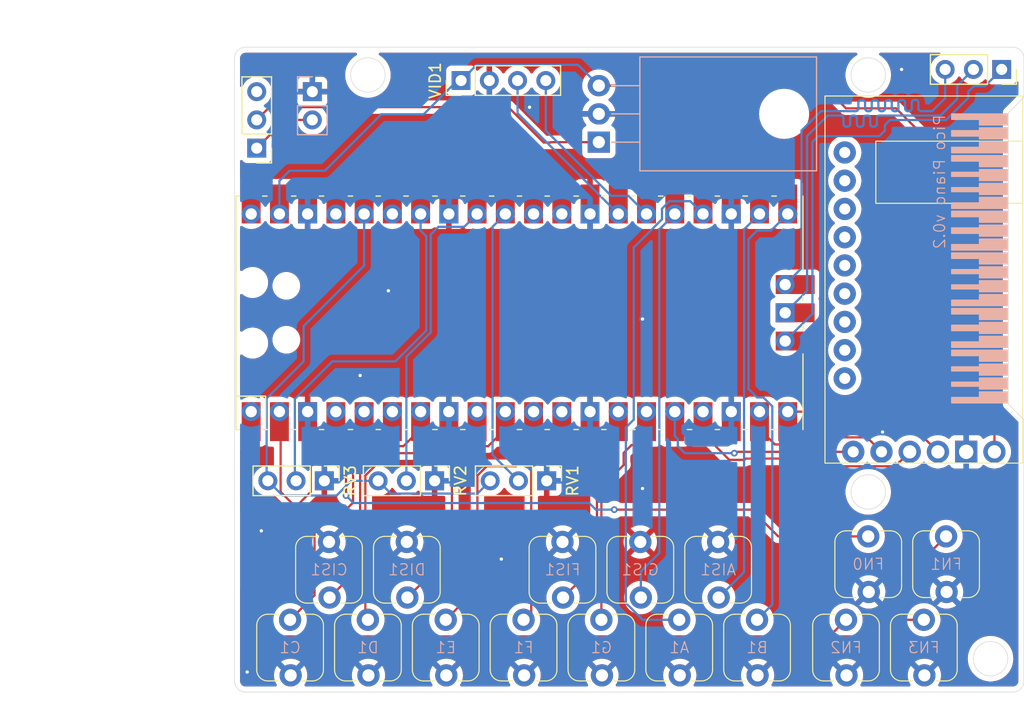
<source format=kicad_pcb>
(kicad_pcb (version 20240108) (generator "pcbnew") (generator_version "8.0")
  (layers (0 "F.Cu" signal) (31 "B.Cu" signal) (34 "B.Paste" user) (35 "F.Paste" user) (36 "B.SilkS" user "B.Silkscreen") (37 "F.SilkS" user "F.Silkscreen") (38 "B.Mask" user) (39 "F.Mask" user) (44 "Edge.Cuts" user))
  (net 0 "")
  (net 1 "GND")
  (net 2 "+9V")
  (net 3 "/BCK")
  (net 4 "/LRCK")
  (net 5 "/SCK")
  (net 7 "/DIN")
  (net 8 "Net-(DBG1-Pin_1)")
  (net 9 "Net-(DBG1-Pin_3)")
  (net 10 "Net-(DBG1-Pin_2)")
  (net 11 "/A")
  (net 12 "/AIS")
  (net 13 "/B")
  (net 14 "/C")
  (net 15 "/CIS")
  (net 16 "/D")
  (net 17 "/DIS")
  (net 18 "/E")
  (net 19 "/F")
  (net 20 "/FIS")
  (net 21 "/G")
  (net 22 "/GIS")
  (net 23 "Net-(POWER1-VI)")
  (net 24 "+5V")
  (net 25 "/FN0")
  (net 26 "/FN1")
  (net 27 "/FN2")
  (net 28 "/FN3")
  (net 29 "/ADC0")
  (net 30 "+3V3")
  (net 31 "/ADC1")
  (net 34 "/ADC2")
  (net 37 "/VID_SCK")
  (net 38 "/VID_SDA")
  (footprint "rytmos:KAILH_MUTE" (layer "F.Cu") (at 164 69.5)
    (property "Reference" "FN1")
    (property "Value" "SW_Push" (hide yes))
  )
  (footprint "rytmos:KAILH_MUTE" (layer "F.Cu") (at 136.5 70)
    (property "Reference" "GIS1")
    (property "Value" "SW_Push" (hide yes))
  )
  (footprint "rytmos:KAILH_MUTE" (layer "F.Cu") (at 115.5 70)
    (property "Reference" "DIS1")
    (property "Value" "SW_Push" (hide yes))
  )
  (footprint "rytmos:KAILH_MUTE" (layer "F.Cu") (at 112 77)
    (property "Reference" "D1")
    (property "Value" "SW_Push" (hide yes))
  )
  (footprint "rytmos:KAILH_MUTE" (layer "F.Cu") (at 105 77)
    (property "Reference" "C1")
    (property "Value" "SW_Push" (hide yes))
  )
  (footprint "Connector_PinSocket_2.54mm:PinSocket_1x03_P2.54mm_Vertical" (layer "F.Cu") (at 172 22 -90)
    (property "Reference" "DBG1" (hide yes))
    (property "Value" "Conn_01x03_Pin")
  )
  (footprint "rytmos:KAILH_MUTE" (layer "F.Cu") (at 108.5 70)
    (property "Reference" "CIS1")
    (property "Value" "SW_Push" (hide yes))
  )
  (footprint "rytmos:KAILH_MUTE" (layer "F.Cu") (at 119 77)
    (property "Reference" "E1")
    (property "Value" "SW_Push" (hide yes))
  )
  (footprint "rytmos:KAILH_MUTE" (layer "F.Cu") (at 162 77)
    (property "Reference" "FN3")
    (property "Value" "SW_Push" (hide yes))
  )
  (footprint "rytmos:PCM5102_BREAKOUT" (layer "F.Cu") (at 165 57.41)
    (property "Reference" "DAC1" (hide yes))
    (property "Value" "DAC")
  )
  (footprint "rytmos:KAILH_MUTE" (layer "F.Cu") (at 140 77)
    (property "Reference" "A1")
    (property "Value" "SW_Push" (hide yes))
  )
  (footprint "rytmos:KAILH_MUTE" (layer "F.Cu") (at 157 69.5)
    (property "Reference" "FN0")
    (property "Value" "SW_Push" (hide yes))
  )
  (footprint "Connector_PinHeader_2.54mm:PinHeader_1x03_P2.54mm_Vertical" (layer "F.Cu") (at 105 29.08 180)
    (property "Reference" "ON/OFF1" (hide yes))
    (property "Value" "SW_Push")
  )
  (footprint "Connector_PinHeader_2.54mm:PinHeader_1x03_P2.54mm_Vertical" (layer "F.Cu") (at 121 59 -90)
    (property "Reference" "RV2")
    (property "Value" "R_Potentiometer")
  )
  (footprint "rytmos:KAILH_MUTE" (layer "F.Cu") (at 147 77)
    (property "Reference" "B1")
    (property "Value" "SW_Push" (hide yes))
  )
  (footprint "rytmos:KAILH_MUTE" (layer "F.Cu") (at 143.5 70)
    (property "Reference" "AIS1")
    (property "Value" "SW_Push" (hide yes))
  )
  (footprint "Connector_PinHeader_2.54mm:PinHeader_1x03_P2.54mm_Vertical" (layer "F.Cu") (at 131.079999 59 -90)
    (property "Reference" "RV1")
    (property "Value" "R_Potentiometer")
  )
  (footprint "rytmos:KAILH_MUTE" (layer "F.Cu") (at 126 77)
    (property "Reference" "F1")
    (property "Value" "SW_Push" (hide yes))
  )
  (footprint "MCU_RaspberryPi_and_Boards:RPi_Pico_SMD_TH" (layer "F.Cu") (at 128.63 43.89 90)
    (property "Reference" "U1" (hide yes))
    (property "Value" "Pico")
  )
  (footprint "rytmos:KAILH_MUTE" (layer "F.Cu") (at 129.5 70)
    (property "Reference" "FIS1")
    (property "Value" "SW_Push" (hide yes))
  )
  (footprint "Connector_PinHeader_2.54mm:PinHeader_1x04_P2.54mm_Vertical" (layer "F.Cu") (at 123.38 23 90)
    (property "Reference" "VID1")
    (property "Value" "I2C")
  )
  (footprint "rytmos:KAILH_MUTE" (layer "F.Cu") (at 155 77)
    (property "Reference" "FN2")
    (property "Value" "SW_Push" (hide yes))
  )
  (footprint "rytmos:KAILH_MUTE" (layer "F.Cu") (at 133 77)
    (property "Reference" "G1")
    (property "Value" "SW_Push" (hide yes))
  )
  (footprint "Connector_PinHeader_2.54mm:PinHeader_1x03_P2.54mm_Vertical" (layer "F.Cu") (at 111.079999 59 -90)
    (property "Reference" "RV3")
    (property "Value" "R_Potentiometer")
  )
  (footprint "Package_TO_SOT_THT:TO-220-3_Horizontal_TabDown" (layer "B.Cu") (at 135.77 28.54 90)
    (property "Reference" "POWER1" (hide yes))
    (property "Value" "LM7805_TO220" (hide yes))
  )
  (footprint "Connector_PinSocket_2.54mm:PinSocket_1x02_P2.54mm_Vertical" (layer "B.Cu") (at 110 24 180)
    (property "Reference" "9V_BAT1" (hide yes))
    (property "Value" "Conn_01x02_Pin" (hide yes))
  )
  (gr_poly (pts (xy 167.5 43.5) (xy 172.5 43.5) (xy 172.5 44.5) (xy 170 44.5) (xy 170 44) (xy 167.5 44)) (stroke (width 0.1)) (fill solid) (layer "B.SilkS"))
  (gr_poly (pts (xy 172.5 37.25) (xy 170 37.25) (xy 170 37.75) (xy 167.5 37.75) (xy 167.5 38.25) (xy 172.5 38.25)) (stroke (width 0.1)) (fill solid) (layer "B.SilkS"))
  (gr_poly (pts (xy 170 27.25) (xy 172.5 27.25) (xy 172.5 28.25) (xy 170 28.25) (xy 170 28) (xy 167.5 28) (xy 167.5 27.5) (xy 170 27.5)) (stroke (width 0.1)) (fill solid) (layer "B.SilkS"))
  (gr_poly (pts (xy 172.5 33.5) (xy 170 33.5) (xy 170 34) (xy 167.5 34) (xy 167.5 34.5) (xy 172.5 34.5)) (stroke (width 0.1)) (fill solid) (layer "B.SilkS"))
  (gr_poly (pts (xy 172.5 39.75) (xy 170 39.75) (xy 170 40) (xy 167.5 40) (xy 167.5 40.375) (xy 170 40.375) (xy 170 40.75) (xy 172.5 40.75)) (stroke (width 0.1)) (fill solid) (layer "B.SilkS"))
  (gr_poly (pts (xy 172.5 42.25) (xy 170 42.25) (xy 170 42.75) (xy 167.5 42.75) (xy 167.5 43.25) (xy 172.5 43.25)) (stroke (width 0.1)) (fill solid) (layer "B.SilkS"))
  (gr_poly (pts (xy 172.5 31) (xy 170 31) (xy 170 31.25) (xy 167.5 31.25) (xy 167.5 31.625) (xy 170 31.625) (xy 170 32) (xy 172.5 32)) (stroke (width 0.1)) (fill solid) (layer "B.SilkS"))
  (gr_poly (pts (xy 172.5 46) (xy 170 46) (xy 170 46.5) (xy 167.5 46.5) (xy 167.5 47) (xy 172.5 47)) (stroke (width 0.1)) (fill solid) (layer "B.SilkS"))
  (gr_poly (pts (xy 172.5 51) (xy 170 51) (xy 170 51.5) (xy 167.5 51.5) (xy 167.5 52) (xy 172.5 52)) (stroke (width 0.1)) (fill solid) (layer "B.SilkS"))
  (gr_poly (pts (xy 172.5 48.5) (xy 170 48.5) (xy 170 48.75) (xy 167.5 48.75) (xy 167.5 49.125) (xy 170 49.125) (xy 170 49.5) (xy 172.5 49.5)) (stroke (width 0.1)) (fill solid) (layer "B.SilkS"))
  (gr_poly (pts (xy 167.5 34.75) (xy 172.5 34.75) (xy 172.5 35.75) (xy 170 35.75) (xy 170 35.25) (xy 167.5 35.25)) (stroke (width 0.1)) (fill solid) (layer "B.SilkS"))
  (gr_poly (pts (xy 172.5 41) (xy 170 41) (xy 170 41.375) (xy 167.5 41.375) (xy 167.5 41.75) (xy 170 41.75) (xy 170 42) (xy 172.5 42)) (stroke (width 0.1)) (fill solid) (layer "B.SilkS"))
  (gr_poly (pts (xy 172.5 49.75) (xy 170 49.75) (xy 170 50.125) (xy 167.5 50.125) (xy 167.5 50.5) (xy 170 50.5) (xy 170 50.75) (xy 172.5 50.75)) (stroke (width 0.1)) (fill solid) (layer "B.SilkS"))
  (gr_poly (pts (xy 172.5 32.25) (xy 170 32.25) (xy 170 32.625) (xy 167.5 32.625) (xy 167.5 33) (xy 170 33) (xy 170 33.25) (xy 172.5 33.25)) (stroke (width 0.1)) (fill solid) (layer "B.SilkS"))
  (gr_poly (pts (xy 167.5 38.5) (xy 172.5 38.5) (xy 172.5 39.5) (xy 170 39.5) (xy 170 39) (xy 167.5 39)) (stroke (width 0.1)) (fill solid) (layer "B.SilkS"))
  (gr_poly (pts (xy 167.5 47.25) (xy 172.5 47.25) (xy 172.5 48.25) (xy 170 48.25) (xy 170 47.75) (xy 167.5 47.75)) (stroke (width 0.1)) (fill solid) (layer "B.SilkS"))
  (gr_poly (pts (xy 172.5 28.5) (xy 170 28.5) (xy 170 29) (xy 167.5 29) (xy 167.5 29.5) (xy 172.5 29.5)) (stroke (width 0.1)) (fill solid) (layer "B.SilkS"))
  (gr_poly (pts (xy 167.5 29.75) (xy 172.5 29.75) (xy 172.5 30.75) (xy 170 30.75) (xy 170 30.25) (xy 167.5 30.25)) (stroke (width 0.1)) (fill solid) (layer "B.SilkS"))
  (gr_poly (pts (xy 167.5 26) (xy 172.5 26) (xy 172.5 27) (xy 170 27) (xy 170 26.5) (xy 167.5 26.5)) (stroke (width 0.1)) (fill solid) (layer "B.SilkS"))
  (gr_poly (pts (xy 170 36) (xy 172.5 36) (xy 172.5 37) (xy 170 37) (xy 170 36.75) (xy 167.5 36.75) (xy 167.5 36.25) (xy 170 36.25)) (stroke (width 0.1)) (fill solid) (layer "B.SilkS"))
  (gr_poly (pts (xy 170 44.75) (xy 172.5 44.75) (xy 172.5 45.75) (xy 170 45.75) (xy 170 45.5) (xy 167.5 45.5) (xy 167.5 45) (xy 170 45)) (stroke (width 0.1)) (fill solid) (layer "B.SilkS"))
  (gr_line (start 172.6 25.9) (end 172.6 52.1) (stroke (width 0.05)) (layer "Edge.Cuts"))
  (gr_circle (center 171 75) (end 172.55 75) (stroke (width 0.05)) (fill none) (layer "Edge.Cuts"))
  (gr_line (start 104 20) (end 173 20) (stroke (width 0.05)) (layer "Edge.Cuts"))
  (gr_circle (center 160 60) (end 161.55 60) (stroke (width 0.05)) (fill none) (layer "Edge.Cuts"))
  (gr_arc (start 174 77) (mid 173.707107 77.707107) (end 173 78) (stroke (width 0.05)) (layer "Edge.Cuts"))
  (gr_circle (center 160 22.5) (end 161.55 22.5) (stroke (width 0.05)) (fill none) (layer "Edge.Cuts"))
  (gr_arc (start 103 21) (mid 103.292893 20.292893) (end 104 20) (stroke (width 0.05)) (layer "Edge.Cuts"))
  (gr_arc (start 104 78) (mid 103.292893 77.707107) (end 103 77) (stroke (width 0.05)) (layer "Edge.Cuts"))
  (gr_circle (center 115 22.5) (end 116.55 22.5) (stroke (width 0.05)) (fill none) (layer "Edge.Cuts"))
  (gr_line (start 174 24.5) (end 174 21) (stroke (width 0.05)) (layer "Edge.Cuts"))
  (gr_arc (start 173 20) (mid 173.707107 20.292893) (end 174 21) (stroke (width 0.05)) (layer "Edge.Cuts"))
  (gr_line (start 174 53.5) (end 174 77) (stroke (width 0.05)) (layer "Edge.Cuts"))
  (gr_line (start 174 24.5) (end 172.6 25.9) (stroke (width 0.05)) (layer "Edge.Cuts"))
  (gr_line (start 103 77) (end 103 55) (stroke (width 0.05)) (layer "Edge.Cuts"))
  (gr_line (start 103 55) (end 103 21) (stroke (width 0.05)) (layer "Edge.Cuts"))
  (gr_line (start 172.6 52.1) (end 174 53.5) (stroke (width 0.05)) (layer "Edge.Cuts"))
  (gr_line (start 173 78) (end 104 78) (stroke (width 0.05)) (layer "Edge.Cuts"))
  (gr_text "Pico Piano v0.2" (at 167 26 90) (layer "B.SilkS") (effects (font (size 1 1) (thickness 0.1)) (justify left bottom mirror)))
  (via (at 116.84 41.91) (size 0.6) (drill 0.3) (layers "F.Cu" "B.Cu") (net 1))
  (via (at 163 22) (size 0.6) (drill 0.3) (layers "F.Cu" "B.Cu") (net 1))
  (via (at 139.7 59.69) (size 0.6) (drill 0.3) (layers "F.Cu" "B.Cu") (net 1))
  (via (at 105.41 63.5) (size 0.6) (drill 0.3) (layers "F.Cu" "B.Cu") (net 1))
  (via (at 139.7 44.45) (size 0.6) (drill 0.3) (layers "F.Cu" "B.Cu") (net 1))
  (via (at 114.3 49.53) (size 0.6) (drill 0.3) (layers "F.Cu" "B.Cu") (net 1))
  (via (at 161.29 54.61) (size 0.6) (drill 0.3) (layers "F.Cu" "B.Cu") (net 1))
  (via (at 127 66.04) (size 0.6) (drill 0.3) (layers "F.Cu" "B.Cu") (net 1))
  (via (at 104.14 76.2) (size 0.6) (drill 0.3) (layers "F.Cu" "B.Cu") (net 1))
  (via (at 129.54 25.4) (size 0.6) (drill 0.3) (layers "F.Cu" "B.Cu") (net 1))
  (segment (start 110 26.54) (end 107.54 26.54) (width 0.2) (layer "F.Cu") (net 2))
  (segment (start 107.54 26.54) (end 105 29.08) (width 0.2) (layer "F.Cu") (net 2))
  (segment (start 150.22 54.34) (end 151.61 55.73) (width 0.2) (layer "F.Cu") (net 3))
  (segment (start 159.89 55.094) (end 161.19 56.394) (width 0.2) (layer "F.Cu") (net 3))
  (segment (start 157.5 55.094) (end 159.89 55.094) (width 0.2) (layer "F.Cu") (net 3))
  (segment (start 156.864 55.73) (end 157.5 55.094) (width 0.2) (layer "F.Cu") (net 3))
  (segment (start 150.22 52.78) (end 150.22 54.34) (width 0.2) (layer "F.Cu") (net 3))
  (segment (start 151.61 55.73) (end 156.864 55.73) (width 0.2) (layer "F.Cu") (net 3))
  (segment (start 166.27 56.394) (end 162.656 52.78) (width 0.2) (layer "F.Cu") (net 4))
  (segment (start 162.656 52.78) (end 152.76 52.78) (width 0.2) (layer "F.Cu") (net 4))
  (segment (start 152.76 54.34) (end 152.76 52.78) (width 0.2) (layer "F.Cu") (net 4))
  (segment (start 158.65 56.394) (end 148.076 56.394) (width 0.2) (layer "F.Cu") (net 5))
  (segment (start 148.076 56.394) (end 147.955 56.515) (width 0.2) (layer "F.Cu") (net 5))
  (via (at 147.955 56.515) (size 0.6) (drill 0.3) (layers "F.Cu" "B.Cu") (net 5))
  (segment (start 142.875 55.88) (end 142.875 55.245) (width 0.2) (layer "B.Cu") (net 5))
  (segment (start 147.955 56.515) (end 143.51 56.515) (width 0.2) (layer "B.Cu") (net 5))
  (segment (start 142.875 55.245) (end 142.6 54.97) (width 0.2) (layer "B.Cu") (net 5))
  (segment (start 143.51 56.515) (end 142.875 55.88) (width 0.2) (layer "B.Cu") (net 5))
  (segment (start 142.6 54.97) (end 142.6 52.78) (width 0.2) (layer "B.Cu") (net 5))
  (segment (start 163.73 56.394) (end 162.43 57.694) (width 0.2) (layer "F.Cu") (net 7))
  (segment (start 148.885 57.115) (end 147.5 57.115) (width 0.2) (layer "F.Cu") (net 7))
  (segment (start 157 57.694) (end 156.306 57) (width 0.2) (layer "F.Cu") (net 7))
  (segment (start 156.306 57) (end 149 57) (width 0.2) (layer "F.Cu") (net 7))
  (segment (start 149 57) (end 148.885 57.115) (width 0.2) (layer "F.Cu") (net 7))
  (segment (start 145.14 54.755) (end 145.14 52.78) (width 0.2) (layer "F.Cu") (net 7))
  (segment (start 147.5 57.115) (end 145.14 54.755) (width 0.2) (layer "F.Cu") (net 7))
  (segment (start 162.43 57.694) (end 157 57.694) (width 0.2) (layer "F.Cu") (net 7))
  (segment (start 169 24.55) (end 169 24) (width 0.2) (layer "B.Cu") (net 8))
  (segment (start 161.95 26.55) (end 167 26.55) (width 0.2) (layer "B.Cu") (net 8))
  (segment (start 170.5 23.5) (end 172 22) (width 0.2) (layer "B.Cu") (net 8))
  (segment (start 167 26.55) (end 169 24.55) (width 0.2) (layer "B.Cu") (net 8))
  (segment (start 155.5 28) (end 161 28) (width 0.2) (layer "B.Cu") (net 8))
  (segment (start 169 24) (end 169.5 23.5) (width 0.2) (layer "B.Cu") (net 8))
  (segment (start 154.98 28.52) (end 155.5 28) (width 0.2) (layer "B.Cu") (net 8))
  (segment (start 169.5 23.5) (end 170.5 23.5) (width 0.2) (layer "B.Cu") (net 8))
  (segment (start 161.5 27.5) (end 161.5 27) (width 0.2) (layer "B.Cu") (net 8))
  (segment (start 152.53 46.43) (end 154.98 43.98) (width 0.2) (layer "B.Cu") (net 8))
  (segment (start 161.5 27) (end 161.95 26.55) (width 0.2) (layer "B.Cu") (net 8))
  (segment (start 154.98 43.98) (end 154.98 28.52) (width 0.2) (layer "B.Cu") (net 8))
  (segment (start 161 28) (end 161.5 27.5) (width 0.2) (layer "B.Cu") (net 8))
  (segment (start 163.675235 25.75) (end 163.555235 25.75) (width 0.2) (layer "B.Cu") (net 9))
  (segment (start 154 39.88) (end 152.53 41.35) (width 0.2) (layer "B.Cu") (net 9))
  (segment (start 160.075235 25.75) (end 159.955235 25.75) (width 0.2) (layer "B.Cu") (net 9))
  (segment (start 158.875235 25.75) (end 158.755235 25.75) (width 0.2) (layer "B.Cu") (net 9))
  (segment (start 159.115235 24.99) (end 159.115235 25.51) (width 0.2) (layer "B.Cu") (net 9))
  (segment (start 155.75 25.75) (end 154 27.5) (width 0.2) (layer "B.Cu") (net 9))
  (segment (start 161.875235 24.75) (end 161.755235 24.75) (width 0.2) (layer "B.Cu") (net 9))
  (segment (start 158.755235 25.75) (end 158.398734 25.75) (width 0.2) (layer "B.Cu") (net 9))
  (segment (start 166.92 24.58) (end 165.75 25.75) (width 0.2) (layer "B.Cu") (net 9))
  (segment (start 160.915235 25.51) (end 160.915235 24.99) (width 0.2) (layer "B.Cu") (net 9))
  (segment (start 164.275235 24.75) (end 164.155235 24.75) (width 0.2) (layer "B.Cu") (net 9))
  (segment (start 159.475235 24.75) (end 159.355235 24.75) (width 0.2) (layer "B.Cu") (net 9))
  (segment (start 160.315235 24.99) (end 160.315235 25.51) (width 0.2) (layer "B.Cu") (net 9))
  (segment (start 160.675235 24.75) (end 160.555235 24.75) (width 0.2) (layer "B.Cu") (net 9))
  (segment (start 166.92 22) (end 166.92 24.58) (width 0.2) (layer "B.Cu") (net 9))
  (segment (start 165.75 25.75) (end 164.755235 25.75) (width 0.2) (layer "B.Cu") (net 9))
  (segment (start 161.515235 24.99) (end 161.515235 25.51) (width 0.2) (layer "B.Cu") (net 9))
  (segment (start 154 27.5) (end 154 39.88) (width 0.2) (layer "B.Cu") (net 9))
  (segment (start 162.715235 24.99) (end 162.715235 25.51) (width 0.2) (layer "B.Cu") (net 9))
  (segment (start 161.275235 25.75) (end 161.155235 25.75) (width 0.2) (layer "B.Cu") (net 9))
  (segment (start 163.075235 24.75) (end 162.955235 24.75) (width 0.2) (layer "B.Cu") (net 9))
  (segment (start 162.115235 25.51) (end 162.115235 24.99) (width 0.2) (layer "B.Cu") (net 9))
  (segment (start 162.475235 25.75) (end 162.355235 25.75) (width 0.2) (layer "B.Cu") (net 9))
  (segment (start 158.398734 25.75) (end 155.75 25.75) (width 0.2) (layer "B.Cu") (net 9))
  (segment (start 164.515235 25.51) (end 164.515235 24.99) (width 0.2) (layer "B.Cu") (net 9))
  (segment (start 163.315235 25.51) (end 163.315235 24.99) (width 0.2) (layer "B.Cu") (net 9))
  (segment (start 163.915235 24.99) (end 163.915235 25.51) (width 0.2) (layer "B.Cu") (net 9))
  (segment (start 159.715235 25.51) (end 159.715235 24.99) (width 0.2) (layer "B.Cu") (net 9))
  (arc (start 161.515235 25.51) (mid 161.444941 25.679706) (end 161.275235 25.75) (width 0.2) (layer "B.Cu") (net 9))
  (arc (start 160.315235 25.51) (mid 160.244941 25.679706) (end 160.075235 25.75) (width 0.2) (layer "B.Cu") (net 9))
  (arc (start 161.155235 25.75) (mid 160.985529 25.679706) (end 160.915235 25.51) (width 0.2) (layer "B.Cu") (net 9))
  (arc (start 159.955235 25.75) (mid 159.785529 25.679706) (end 159.715235 25.51) (width 0.2) (layer "B.Cu") (net 9))
  (arc (start 163.315235 24.99) (mid 163.244941 24.820294) (end 163.075235 24.75) (width 0.2) (layer "B.Cu") (net 9))
  (arc (start 164.155235 24.75) (mid 163.985529 24.820294) (end 163.915235 24.99) (width 0.2) (layer "B.Cu") (net 9))
  (arc (start 164.755235 25.75) (mid 164.585529 25.679706) (end 164.515235 25.51) (width 0.2) (layer "B.Cu") (net 9))
  (arc (start 159.355235 24.75) (mid 159.185529 24.820294) (end 159.115235 24.99) (width 0.2) (layer "B.Cu") (net 9))
  (arc (start 159.715235 24.99) (mid 159.644941 24.820294) (end 159.475235 24.75) (width 0.2) (layer "B.Cu") (net 9))
  (arc (start 159.115235 25.51) (mid 159.044941 25.679706) (end 158.875235 25.75) (width 0.2) (layer "B.Cu") (net 9))
  (arc (start 164.515235 24.99) (mid 164.444941 24.820294) (end 164.275235 24.75) (width 0.2) (layer "B.Cu") (net 9))
  (arc (start 163.915235 25.51) (mid 163.844941 25.679706) (end 163.675235 25.75) (width 0.2) (layer "B.Cu") (net 9))
  (arc (start 162.955235 24.75) (mid 162.785529 24.820294) (end 162.715235 24.99) (width 0.2) (layer "B.Cu") (net 9))
  (arc (start 160.555235 24.75) (mid 160.385529 24.820294) (end 160.315235 24.99) (width 0.2) (layer "B.Cu") (net 9))
  (arc (start 163.555235 25.75) (mid 163.385529 25.679706) (end 163.315235 25.51) (width 0.2) (layer "B.Cu") (net 9))
  (arc (start 162.715235 25.51) (mid 162.644941 25.679706) (end 162.475235 25.75) (width 0.2) (layer "B.Cu") (net 9))
  (arc (start 160.915235 24.99) (mid 160.844941 24.820294) (end 160.675235 24.75) (width 0.2) (layer "B.Cu") (net 9))
  (arc (start 162.355235 25.75) (mid 162.185529 25.679706) (end 162.115235 25.51) (width 0.2) (layer "B.Cu") (net 9))
  (arc (start 161.755235 24.75) (mid 161.585529 24.820294) (end 161.515235 24.99) (width 0.2) (layer "B.Cu") (net 9))
  (arc (start 162.115235 24.99) (mid 162.044941 24.820294) (end 161.875235 24.75) (width 0.2) (layer "B.Cu") (net 9))
  (segment (start 161.017113 26.15) (end 161.137113 26.15) (width 0.2) (layer "B.Cu") (net 10))
  (segment (start 168 24.65) (end 168 23.46) (width 0.2) (layer "B.Cu") (net 10))
  (segment (start 159.817113 26.15) (end 159.937113 26.15) (width 0.2) (layer "B.Cu") (net 10))
  (segment (start 158.617113 26.15) (end 158.737113 26.15) (width 0.2) (layer "B.Cu") (net 10))
  (segment (start 157.777113 26.39) (end 157.777113 26.91) (width 0.2) (layer "B.Cu") (net 10))
  (segment (start 166.5 26.15) (end 168 24.65) (width 0.2) (layer "B.Cu") (net 10))
  (segment (start 158.977113 26.39) (end 158.977113 26.91) (width 0.2) (layer "B.Cu") (net 10))
  (segment (start 152.53 43.89) (end 154.5 41.92) (width 0.2) (layer "B.Cu") (net 10))
  (segment (start 168 23.46) (end 169.46 22) (width 0.2) (layer "B.Cu") (net 10))
  (segment (start 160.417113 27.15) (end 160.537113 27.15) (width 0.2) (layer "B.Cu") (net 10))
  (segment (start 161.1675 26.15) (end 166.5 26.15) (width 0.2) (layer "B.Cu") (net 10))
  (segment (start 156.35 26.15) (end 157.537113 26.15) (width 0.2) (layer "B.Cu") (net 10))
  (segment (start 161.137113 26.15) (end 161.1675 26.15) (width 0.2) (layer "B.Cu") (net 10))
  (segment (start 158.377113 26.91) (end 158.377113 26.39) (width 0.2) (layer "B.Cu") (net 10))
  (segment (start 160.177113 26.39) (end 160.177113 26.91) (width 0.2) (layer "B.Cu") (net 10))
  (segment (start 159.577113 26.91) (end 159.577113 26.39) (width 0.2) (layer "B.Cu") (net 10))
  (segment (start 154.5 41.92) (end 154.5 28) (width 0.2) (layer "B.Cu") (net 10))
  (segment (start 154.5 28) (end 156.35 26.15) (width 0.2) (layer "B.Cu") (net 10))
  (segment (start 159.217113 27.15) (end 159.337113 27.15) (width 0.2) (layer "B.Cu") (net 10))
  (segment (start 158.017113 27.15) (end 158.137113 27.15) (width 0.2) (layer "B.Cu") (net 10))
  (segment (start 160.777113 26.91) (end 160.777113 26.39) (width 0.2) (layer "B.Cu") (net 10))
  (arc (start 159.337113 27.15) (mid 159.506819 27.079706) (end 159.577113 26.91) (width 0.2) (layer "B.Cu") (net 10))
  (arc (start 159.577113 26.39) (mid 159.647407 26.220294) (end 159.817113 26.15) (width 0.2) (layer "B.Cu") (net 10))
  (arc (start 158.977113 26.91) (mid 159.047407 27.079706) (end 159.217113 27.15) (width 0.2) (layer "B.Cu") (net 10))
  (arc (start 157.777113 26.91) (mid 157.847407 27.079706) (end 158.017113 27.15) (width 0.2) (layer "B.Cu") (net 10))
  (arc (start 158.137113 27.15) (mid 158.306819 27.079706) (end 158.377113 26.91) (width 0.2) (layer "B.Cu") (net 10))
  (arc (start 160.177113 26.91) (mid 160.247407 27.079706) (end 160.417113 27.15) (width 0.2) (layer "B.Cu") (net 10))
  (arc (start 160.537113 27.15) (mid 160.706819 27.079706) (end 160.777113 26.91) (width 0.2) (layer "B.Cu") (net 10))
  (arc (start 157.537113 26.15) (mid 157.706819 26.220294) (end 157.777113 26.39) (width 0.2) (layer "B.Cu") (net 10))
  (arc (start 158.737113 26.15) (mid 158.906819 26.220294) (end 158.977113 26.39) (width 0.2) (layer "B.Cu") (net 10))
  (arc (start 159.937113 26.15) (mid 160.106819 26.220294) (end 160.177113 26.39) (width 0.2) (layer "B.Cu") (net 10))
  (arc (start 158.377113 26.39) (mid 158.447407 26.220294) (end 158.617113 26.15) (width 0.2) (layer "B.Cu") (net 10))
  (arc (start 160.777113 26.39) (mid 160.847407 26.220294) (end 161.017113 26.15) (width 0.2) (layer "B.Cu") (net 10))
  (segment (start 143.99 33.85) (end 145.14 35) (width 0.2) (layer "B.Cu") (net 11))
  (segment (start 141.45 34.523654) (end 142.123654 33.85) (width 0.2) (layer "B.Cu") (net 11))
  (segment (start 141.45 35.476346) (end 141.45 34.523654) (width 0.2) (layer "B.Cu") (net 11))
  (segment (start 138.91 38.016346) (end 141.45 35.476346) (width 0.2) (layer "B.Cu") (net 11))
  (segment (start 138.2 54.205) (end 138.91 53.495) (width 0.2) (layer "B.Cu") (net 11))
  (segment (start 142.123654 33.85) (end 143.99 33.85) (width 0.2) (layer "B.Cu") (net 11))
  (segment (start 138.91 53.495) (end 138.91 38.016346) (width 0.2) (layer "B.Cu") (net 11))
  (segment (start 143 71.5) (end 139.711522 71.5) (width 0.2) (layer "B.Cu") (net 11))
  (segment (start 138.2 69.988478) (end 138.2 54.205) (width 0.2) (layer "B.Cu") (net 11))
  (segment (start 139.711522 71.5) (end 138.2 69.988478) (width 0.2) (layer "B.Cu") (net 11))
  (segment (start 148.83 36.39) (end 150.22 35) (width 0.2) (layer "B.Cu") (net 12))
  (segment (start 148.83 67.22) (end 148.83 36.39) (width 0.2) (layer "B.Cu") (net 12))
  (segment (start 146.55 69.5) (end 148.83 67.22) (width 0.2) (layer "B.Cu") (net 12))
  (segment (start 149.23 50.73) (end 150 51.5) (width 0.2) (layer "B.Cu") (net 13))
  (segment (start 151.37 52.303654) (end 151.37 70.13) (width 0.2) (layer "B.Cu") (net 13))
  (segment (start 151.37 70.13) (end 150 71.5) (width 0.2) (layer "B.Cu") (net 13))
  (segment (start 150.566346 51.5) (end 151.37 52.303654) (width 0.2) (layer "B.Cu") (net 13))
  (segment (start 149.23 37.27) (end 149.23 50.73) (width 0.2) (layer "B.Cu") (net 13))
  (segment (start 151.26 36.5) (end 150 36.5) (width 0.2) (layer "B.Cu") (net 13))
  (segment (start 150 51.5) (end 150.566346 51.5) (width 0.2) (layer "B.Cu") (net 13))
  (segment (start 152.76 35) (end 151.26 36.5) (width 0.2) (layer "B.Cu") (net 13))
  (segment (start 150 36.5) (end 149.23 37.27) (width 0.2) (layer "B.Cu") (net 13))
  (segment (start 110.2 63.665) (end 110.2 69.3) (width 0.2) (layer "F.Cu") (net 14))
  (segment (start 117.2 52.78) (end 117.2 54.34) (width 0.2) (layer "F.Cu") (net 14))
  (segment (start 111 62.865) (end 110.2 63.665) (width 0.2) (layer "F.Cu") (net 14))
  (segment (start 114.3 56.515) (end 113.665 57.15) (width 0.2) (layer "F.Cu") (net 14))
  (segment (start 110.2 69.3) (end 108 71.5) (width 0.2) (layer "F.Cu") (net 14))
  (segment (start 117.2 54.34) (end 115.025 56.515) (width 0.2) (layer "F.Cu") (net 14))
  (segment (start 111.76 62.865) (end 111 62.865) (width 0.2) (layer "F.Cu") (net 14))
  (segment (start 113.665 60.96) (end 111.76 62.865) (width 0.2) (layer "F.Cu") (net 14))
  (segment (start 115.025 56.515) (end 114.3 56.515) (width 0.2) (layer "F.Cu") (net 14))
  (segment (start 113.665 57.15) (end 113.665 60.96) (width 0.2) (layer "F.Cu") (net 14))
  (segment (start 113.665 67.385) (end 113.665 63.5) (width 0.2) (layer "F.Cu") (net 15))
  (segment (start 119.74 54.34) (end 119.74 52.78) (width 0.2) (layer "F.Cu") (net 15))
  (segment (start 113.665 63.5) (end 114.3 62.865) (width 0.2) (layer "F.Cu") (net 15))
  (segment (start 118.2 55.88) (end 119.74 54.34) (width 0.2) (layer "F.Cu") (net 15))
  (segment (start 111.55 69.5) (end 113.665 67.385) (width 0.2) (layer "F.Cu") (net 15))
  (segment (start 114.3 62.865) (end 114.3 57.805686) (width 0.2) (layer "F.Cu") (net 15))
  (segment (start 114.3 57.805686) (end 116.225686 55.88) (width 0.2) (layer "F.Cu") (net 15))
  (segment (start 116.225686 55.88) (end 118.2 55.88) (width 0.2) (layer "F.Cu") (net 15))
  (segment (start 116.205 57.15) (end 116.84 56.515) (width 0.2) (layer "F.Cu") (net 16))
  (segment (start 119.38 56.515) (end 120.015 55.88) (width 0.2) (layer "F.Cu") (net 16))
  (segment (start 115 71.5) (end 114.77 71.27) (width 0.2) (layer "F.Cu") (net 16))
  (segment (start 114.77 71.27) (end 114.77 58.523654) (width 0.2) (layer "F.Cu") (net 16))
  (segment (start 120.015 55.88) (end 123.28 55.88) (width 0.2) (layer "F.Cu") (net 16))
  (segment (start 114.77 58.523654) (end 116.143654 57.15) (width 0.2) (layer "F.Cu") (net 16))
  (segment (start 123.28 55.88) (end 124.82 54.34) (width 0.2) (layer "F.Cu") (net 16))
  (segment (start 116.143654 57.15) (end 116.205 57.15) (width 0.2) (layer "F.Cu") (net 16))
  (segment (start 116.84 56.515) (end 119.38 56.515) (width 0.2) (layer "F.Cu") (net 16))
  (segment (start 124.82 54.34) (end 124.82 52.78) (width 0.2) (layer "F.Cu") (net 16))
  (segment (start 122.555 65.495) (end 122.555 57.785) (width 0.2) (layer "F.Cu") (net 17))
  (segment (start 118.55 69.5) (end 122.555 65.495) (width 0.2) (layer "F.Cu") (net 17))
  (segment (start 124.46 55.88) (end 125.82 55.88) (width 0.2) (layer "F.Cu") (net 17))
  (segment (start 122.555 57.785) (end 124.46 55.88) (width 0.2) (layer "F.Cu") (net 17))
  (segment (start 127.36 54.34) (end 127.36 52.78) (width 0.2) (layer "F.Cu") (net 17))
  (segment (start 125.82 55.88) (end 127.36 54.34) (width 0.2) (layer "F.Cu") (net 17))
  (segment (start 124.849999 58.523654) (end 125.686826 57.686826) (width 0.2) (layer "F.Cu") (net 18))
  (segment (start 122 71.5) (end 124.849999 68.650001) (width 0.2) (layer "F.Cu") (net 18))
  (segment (start 129.9 56.1) (end 129.9 52.78) (width 0.2) (layer "F.Cu") (net 18))
  (segment (start 128.313174 57.686826) (end 129.9 56.1) (width 0.2) (layer "F.Cu") (net 18))
  (segment (start 124.849999 68.650001) (end 124.849999 58.523654) (width 0.2) (layer "F.Cu") (net 18))
  (segment (start 125.686826 57.686826) (end 128.313174 57.686826) (width 0.2) (layer "F.Cu") (net 18))
  (segment (start 129.689999 57.000001) (end 132.44 54.25) (width 0.2) (layer "F.Cu") (net 19))
  (segment (start 132.44 54.25) (end 132.44 52.78) (width 0.2) (layer "F.Cu") (net 19))
  (segment (start 129 71.5) (end 129.689999 70.810001) (width 0.2) (layer "F.Cu") (net 19))
  (segment (start 129.689999 70.810001) (end 129.689999 57.000001) (width 0.2) (layer "F.Cu") (net 19))
  (segment (start 135.6 59.4) (end 137.52 57.48) (width 0.2) (layer "F.Cu") (net 20))
  (segment (start 137.52 57.48) (end 137.52 52.78) (width 0.2) (layer "F.Cu") (net 20))
  (segment (start 135.6 66.45) (end 135.6 59.4) (width 0.2) (layer "F.Cu") (net 20))
  (segment (start 132.55 69.5) (end 135.6 66.45) (width 0.2) (layer "F.Cu") (net 20))
  (segment (start 140.06 55.52) (end 140.06 52.78) (width 0.2) (layer "F.Cu") (net 21))
  (segment (start 138 56.5) (end 138.71 55.79) (width 0.2) (layer "F.Cu") (net 21))
  (segment (start 138.04 57.54) (end 138 57.5) (width 0.2) (layer "F.Cu") (net 21))
  (segment (start 136 71.5) (end 136 59.58) (width 0.2) (layer "F.Cu") (net 21))
  (segment (start 138 57.5) (end 138 56.5) (width 0.2) (layer "F.Cu") (net 21))
  (segment (start 136 59.58) (end 138.04 57.54) (width 0.2) (layer "F.Cu") (net 21))
  (segment (start 139.79 55.79) (end 140.06 55.52) (width 0.2) (layer "F.Cu") (net 21))
  (segment (start 138.71 55.79) (end 139.79 55.79) (width 0.2) (layer "F.Cu") (net 21))
  (segment (start 139.55 67.16) (end 141.21 65.5) (width 0.2) (layer "B.Cu") (net 22))
  (segment (start 141.21 36.39) (end 142.6 35) (width 0.2) (layer "B.Cu") (net 22))
  (segment (start 141.21 65.5) (end 141.21 36.39) (width 0.2) (layer "B.Cu") (net 22))
  (segment (start 139.55 69.5) (end 139.55 67.16) (width 0.2) (layer "B.Cu") (net 22))
  (segment (start 105 26.54) (end 106.15 25.39) (width 0.2) (layer "F.Cu") (net 23))
  (segment (start 106.15 25.39) (end 127.625 25.39) (width 0.2) (layer "F.Cu") (net 23))
  (segment (start 131.48 28.54) (end 135.77 28.54) (width 0.2) (layer "F.Cu") (net 23))
  (segment (start 131.445 28.575) (end 131.48 28.54) (width 0.2) (layer "F.Cu") (net 23))
  (segment (start 127.625 25.39) (end 130.81 28.575) (width 0.2) (layer "F.Cu") (net 23))
  (segment (start 130.81 28.575) (end 131.445 28.575) (width 0.2) (layer "F.Cu") (net 23))
  (segment (start 171.35 56.394) (end 171.35 54.35) (width 0.2) (layer "F.Cu") (net 24))
  (segment (start 167.022 53.522) (end 165 51.5) (width 0.2) (layer "F.Cu") (net 24))
  (segment (start 162.5 25.5) (end 158 25.5) (width 0.2) (layer "F.Cu") (net 24))
  (segment (start 165 28) (end 162.5 25.5) (width 0.2) (layer "F.Cu") (net 24))
  (segment (start 156 23.46) (end 135.77 23.46) (width 0.2) (layer "F.Cu") (net 24))
  (segment (start 165 51.5) (end 165 28) (width 0.2) (layer "F.Cu") (net 24))
  (segment (start 158 25.5) (end 156 23.5) (width 0.2) (layer "F.Cu") (net 24))
  (segment (start 171.35 54.35) (end 170.522 53.522) (width 0.2) (layer "F.Cu") (net 24))
  (segment (start 156 23.5) (end 156 23.46) (width 0.2) (layer "F.Cu") (net 24))
  (segment (start 170.522 53.522) (end 167.022 53.522) (width 0.2) (layer "F.Cu") (net 24))
  (segment (start 107.95 31.115) (end 107.04 32.025) (width 0.2) (layer "B.Cu") (net 24))
  (segment (start 120.015 26.035) (end 116.205 26.035) (width 0.2) (layer "B.Cu") (net 24))
  (segment (start 133.9 21.59) (end 124.79 21.59) (width 0.2) (layer "B.Cu") (net 24))
  (segment (start 107.04 32.025) (end 107.04 35) (width 0.2) (layer "B.Cu") (net 24))
  (segment (start 135.77 23.46) (end 133.9 21.59) (width 0.2) (layer "B.Cu") (net 24))
  (segment (start 123.38 23) (end 123.05 23) (width 0.2) (layer "B.Cu") (net 24))
  (segment (start 111.125 31.115) (end 107.95 31.115) (width 0.2) (layer "B.Cu") (net 24))
  (segment (start 123.05 23) (end 120.015 26.035) (width 0.2) (layer "B.Cu") (net 24))
  (segment (start 124.79 21.59) (end 123.38 23) (width 0.2) (layer "B.Cu") (net 24))
  (segment (start 116.205 26.035) (end 111.125 31.115) (width 0.2) (layer "B.Cu") (net 24))
  (segment (start 151.905 64) (end 149.5 61.595) (width 0.2) (layer "F.Cu") (net 25))
  (segment (start 113.03 59.349999) (end 113.03 55.97) (width 0.2) (layer "F.Cu") (net 25))
  (segment (start 113.03 59.349999) (end 113.03 60.325) (width 0.2) (layer "F.Cu") (net 25))
  (segment (start 113.03 55.97) (end 114.66 54.34) (width 0.2) (layer "F.Cu") (net 25))
  (segment (start 160 64) (end 151.905 64) (width 0.2) (layer "F.Cu") (net 25))
  (segment (start 114.66 54.34) (end 114.66 52.78) (width 0.2) (layer "F.Cu") (net 25))
  (segment (start 149.5 61.595) (end 137.16 61.595) (width 0.2) (layer "F.Cu") (net 25))
  (via (at 137.16 61.595) (size 0.6) (drill 0.3) (layers "F.Cu" "B.Cu") (net 25))
  (via (at 113.03 60.325) (size 0.6) (drill 0.3) (layers "F.Cu" "B.Cu") (net 25))
  (segment (start 135.5 61.595) (end 137.16 61.595) (width 0.2) (layer "B.Cu") (net 25))
  (segment (start 134.905 61) (end 135.5 61.595) (width 0.2) (layer "B.Cu") (net 25))
  (segment (start 113.03 60.325) (end 113.705 61) (width 0.2) (layer "B.Cu") (net 25))
  (segment (start 113.705 61) (end 134.905 61) (width 0.2) (layer "B.Cu") (net 25))
  (segment (start 159.385 67.31) (end 156.415 70.28) (width 0.2) (layer "F.Cu") (net 26))
  (segment (start 109.855 56.605) (end 112.12 54.34) (width 0.2) (layer "F.Cu") (net 26))
  (segment (start 106.655 73) (end 106.045 72.39) (width 0.2) (layer "F.Cu") (net 26))
  (segment (start 155.5 73) (end 106.655 73) (width 0.2) (layer "F.Cu") (net 26))
  (segment (start 108.585 61.27) (end 109.855 60) (width 0.2) (layer "F.Cu") (net 26))
  (segment (start 106.045 72.39) (end 106.045 71.12) (width 0.2) (layer "F.Cu") (net 26))
  (segment (start 167 64) (end 163.69 67.31) (width 0.2) (layer "F.Cu") (net 26))
  (segment (start 163.69 67.31) (end 159.385 67.31) (width 0.2) (layer "F.Cu") (net 26))
  (segment (start 156.415 70.28) (end 156.415 72.085) (width 0.2) (layer "F.Cu") (net 26))
  (segment (start 106.045 71.12) (end 108.585 68.58) (width 0.2) (layer "F.Cu") (net 26))
  (segment (start 108.585 68.58) (end 108.585 61.27) (width 0.2) (layer "F.Cu") (net 26))
  (segment (start 156.415 72.085) (end 155.5 73) (width 0.2) (layer "F.Cu") (net 26))
  (segment (start 112.12 54.34) (end 112.12 52.78) (width 0.2) (layer "F.Cu") (net 26))
  (segment (start 109.855 60) (end 109.855 56.605) (width 0.2) (layer "F.Cu") (net 26))
  (segment (start 105.24047 72.85547) (end 105.885 73.5) (width 0.2) (layer "F.Cu") (net 27))
  (segment (start 108.105129 60.95513) (end 108.105129 67.87581) (width 0.2) (layer "F.Cu") (net 27))
  (segment (start 108.105129 67.87581) (end 107.24047 68.74047) (width 0.2) (layer "F.Cu") (net 27))
  (segment (start 107.04 52.78) (end 107.149999 52.889999) (width 0.2) (layer "F.Cu") (net 27))
  (segment (start 105.24047 70.74047) (end 105.24047 72.85547) (width 0.2) (layer "F.Cu") (net 27))
  (segment (start 107.149999 52.889999) (end 107.149999 60) (width 0.2) (layer "F.Cu") (net 27))
  (segment (start 107.24047 68.74047) (end 105.24047 70.74047) (width 0.2) (layer "F.Cu") (net 27))
  (segment (start 107.149999 60) (end 108.105129 60.95513) (width 0.2) (layer "F.Cu") (net 27))
  (segment (start 156 73.5) (end 158 71.5) (width 0.2) (layer "F.Cu") (net 27))
  (segment (start 105.885 73.5) (end 156 73.5) (width 0.2) (layer "F.Cu") (net 27))
  (segment (start 103.897562 53.382438) (end 103.897562 56) (width 0.2) (layer "F.Cu") (net 28))
  (segment (start 104.625 68.727438) (end 104.625 72.875) (width 0.2) (layer "F.Cu") (net 28))
  (segment (start 161 71.5) (end 165 71.5) (width 0.2) (layer "F.Cu") (net 28))
  (segment (start 103.897562 56) (end 103.6 56.297562) (width 0.2) (layer "F.Cu") (net 28))
  (segment (start 103.6 61.702438) (end 103.897562 62) (width 0.2) (layer "F.Cu") (net 28))
  (segment (start 103.897562 62) (end 103.897562 68) (width 0.2) (layer "F.Cu") (net 28))
  (segment (start 103.897562 68) (end 104.625 68.727438) (width 0.2) (layer "F.Cu") (net 28))
  (segment (start 159.5 73) (end 161 71.5) (width 0.2) (layer "F.Cu") (net 28))
  (segment (start 156.5 74) (end 157.5 73) (width 0.2) (layer "F.Cu") (net 28))
  (segment (start 157.5 73) (end 159.5 73) (width 0.2) (layer "F.Cu") (net 28))
  (segment (start 104.5 52.78) (end 103.897562 53.382438) (width 0.2) (layer "F.Cu") (net 28))
  (segment (start 104.625 72.875) (end 105.75 74) (width 0.2) (layer "F.Cu") (net 28))
  (segment (start 103.6 56.297562) (end 103.6 61.702438) (width 0.2) (layer "F.Cu") (net 28))
  (segment (start 105.75 74) (end 156.5 74) (width 0.2) (layer "F.Cu") (net 28))
  (segment (start 126.21 36.15) (end 127.36 35) (width 0.2) (layer "B.Cu") (net 29))
  (segment (start 128.539999 59) (end 126.21 56.670001) (width 0.2) (layer "B.Cu") (net 29))
  (segment (start 126.21 56.670001) (end 126.21 36.15) (width 0.2) (layer "B.Cu") (net 29))
  (segment (start 107.324999 60.325) (end 112.181471 60.325) (width 0.2) (layer "B.Cu") (net 30))
  (segment (start 112.181471 60.325) (end 113.506471 59) (width 0.2) (layer "B.Cu") (net 30))
  (segment (start 105.999999 59) (end 105.89 58.890001) (width 0.2) (layer "B.Cu") (net 30))
  (segment (start 114.66 39.645) (end 114.66 35) (width 0.2) (layer "B.Cu") (net 30))
  (segment (start 109.22 45.085) (end 114.66 39.645) (width 0.2) (layer "B.Cu") (net 30))
  (segment (start 105.89 58.890001) (end 105.89 51.59) (width 0.2) (layer "B.Cu") (net 30))
  (segment (start 113.506471 59) (end 115.92 59) (width 0.2) (layer "B.Cu") (net 30))
  (segment (start 109.22 48.26) (end 109.22 45.085) (width 0.2) (layer "B.Cu") (net 30))
  (segment (start 105.89 51.59) (end 109.22 48.26) (width 0.2) (layer "B.Cu") (net 30))
  (segment (start 124.849999 60.15) (end 125.999999 59) (width 0.2) (layer "B.Cu") (net 30))
  (segment (start 115.92 59) (end 117.07 60.15) (width 0.2) (layer "B.Cu") (net 30))
  (segment (start 105.999999 59) (end 107.324999 60.325) (width 0.2) (layer "B.Cu") (net 30))
  (segment (start 117.07 60.15) (end 124.849999 60.15) (width 0.2) (layer "B.Cu") (net 30))
  (segment (start 120.65 36.85) (end 121.34 36.16) (width 0.2) (layer "B.Cu") (net 31))
  (segment (start 121.34 36.16) (end 123.66 36.16) (width 0.2) (layer "B.Cu") (net 31))
  (segment (start 118.46 59) (end 118.46 47.840686) (width 0.2) (layer "B.Cu") (net 31))
  (segment (start 120.65 45.650686) (end 120.65 36.85) (width 0.2) (layer "B.Cu") (net 31))
  (segment (start 123.66 36.16) (end 124.82 35) (width 0.2) (layer "B.Cu") (net 31))
  (segment (start 118.46 47.840686) (end 120.65 45.650686) (width 0.2) (layer "B.Cu") (net 31))
  (segment (start 120.25 45.485001) (end 120.25 37.01) (width 0.2) (layer "B.Cu") (net 34))
  (segment (start 108.43 58.890001) (end 108.43 51.63) (width 0.2) (layer "B.Cu") (net 34))
  (segment (start 120.25 37.01) (end 119.74 36.5) (width 0.2) (layer "B.Cu") (net 34))
  (segment (start 118.06 47.675) (end 120.235001 45.5) (width 0.2) (layer "B.Cu") (net 34))
  (segment (start 108.43 51.63) (end 111.8 48.26) (width 0.2) (layer "B.Cu") (net 34))
  (segment (start 118.06 47.675001) (end 118.06 47.675) (width 0.2) (layer "B.Cu") (net 34))
  (segment (start 111.8 48.26) (end 117.475001 48.26) (width 0.2) (layer "B.Cu") (net 34))
  (segment (start 120.235001 45.5) (end 120.25 45.485001) (width 0.2) (layer "B.Cu") (net 34))
  (segment (start 117.475001 48.26) (end 118.06 47.675001) (width 0.2) (layer "B.Cu") (net 34))
  (segment (start 108.539999 59) (end 108.43 58.890001) (width 0.2) (layer "B.Cu") (net 34))
  (segment (start 119.74 36.5) (end 119.74 35) (width 0.2) (layer "B.Cu") (net 34))
  (segment (start 128.46 25.94) (end 137.52 35) (width 0.2) (layer "B.Cu") (net 37))
  (segment (start 128.46 23) (end 128.46 25.94) (width 0.2) (layer "B.Cu") (net 37))
  (segment (start 138.43 33.37) (end 136.875 33.37) (width 0.2) (layer "B.Cu") (net 38))
  (segment (start 140.06 35) (end 138.43 33.37) (width 0.2) (layer "B.Cu") (net 38))
  (segment (start 136.875 33.37) (end 131 27.495) (width 0.2) (layer "B.Cu") (net 38))
  (segment (start 131 27.495) (end 131 23) (width 0.2) (layer "B.Cu") (net 38))
  (zone (net 1) (net_name "GND") (layer "F.Cu") (connect_pads (clearance 0.5)) (min_thickness 0.25) (fill yes (thermal_gap 0.5) (thermal_bridge_width 0.5))
    (polygon (pts (xy 103 78) (xy 174 78) (xy 174 20) (xy 103 20)))
  )
  (zone (net 1) (net_name "GND") (layer "B.Cu") (priority 1) (connect_pads (clearance 0.5)) (min_thickness 0.25) (fill yes (thermal_gap 0.5) (thermal_bridge_width 0.5))
    (polygon (pts (xy 174 78) (xy 174 20) (xy 103 20) (xy 103 78)))
  )
)
</source>
